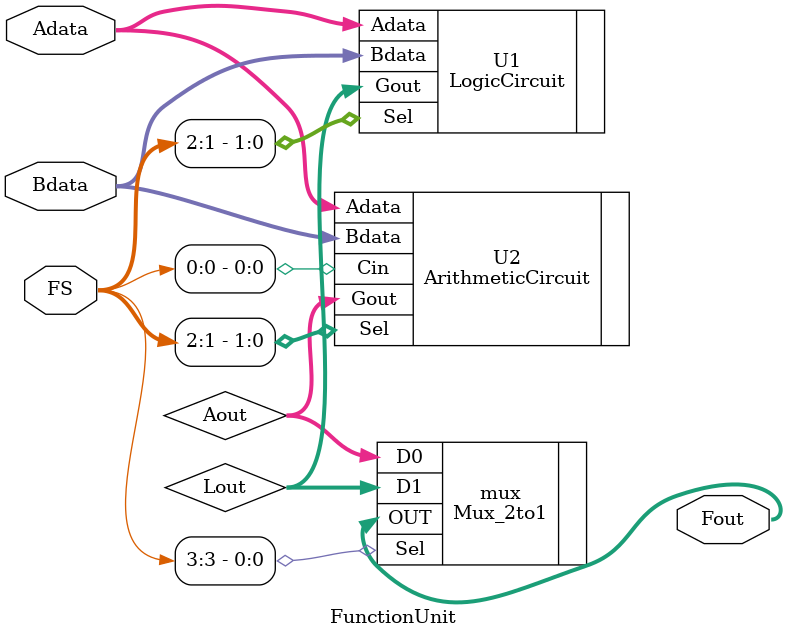
<source format=v>
module FunctionUnit(
    input  [4-1:0] Adata, Bdata,
    input  [4-1:0] FS,
    output [4-1:0] Fout
    );
    
    wire [4-1:0] Lout, Aout;
    LogicCircuit  U1(
        .Adata(Adata), .Bdata(Bdata), .Sel(FS[2:1]),
        .Gout(Lout)
    );
    ArithmeticCircuit U2(
        .Adata(Adata), .Bdata(Bdata), .Sel(FS[2:1]), .Cin(FS[0]),
        .Gout(Aout)
    );
    Mux_2to1 mux(.D1(Lout), .D0(Aout), .Sel(FS[3]), .OUT(Fout));
endmodule 
</source>
